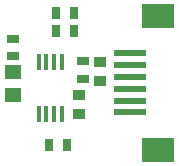
<source format=gbr>
G04*
G04 #@! TF.GenerationSoftware,Altium Limited,Altium Designer,23.10.1 (27)*
G04*
G04 Layer_Color=8421504*
%FSLAX44Y44*%
%MOMM*%
G71*
G04*
G04 #@! TF.SameCoordinates,C40AB362-5B66-420F-9F68-920D16D289EC*
G04*
G04*
G04 #@! TF.FilePolarity,Positive*
G04*
G01*
G75*
%ADD13R,1.0000X0.7500*%
%ADD14R,1.0000X0.9500*%
%ADD15R,1.4500X1.1500*%
%ADD16R,0.7500X1.0000*%
%ADD17R,0.4500X1.4500*%
%ADD18R,2.8000X2.1000*%
%ADD19R,2.7000X0.6000*%
D13*
X78740Y237370D02*
D03*
Y222370D02*
D03*
X138430Y218320D02*
D03*
Y203320D02*
D03*
D14*
X134620Y189610D02*
D03*
Y173610D02*
D03*
X152400Y217550D02*
D03*
Y201550D02*
D03*
D15*
X78740Y189390D02*
D03*
Y209390D02*
D03*
D16*
X130690Y259080D02*
D03*
X115690D02*
D03*
Y243840D02*
D03*
X130690D02*
D03*
X124340Y147320D02*
D03*
X109340D02*
D03*
D17*
X100740Y173580D02*
D03*
X107240D02*
D03*
X113740D02*
D03*
X120240D02*
D03*
X100740Y217580D02*
D03*
X107240D02*
D03*
X113740D02*
D03*
X120240D02*
D03*
D18*
X202000Y256500D02*
D03*
Y143500D02*
D03*
D19*
X178000Y215000D02*
D03*
Y225000D02*
D03*
Y205000D02*
D03*
Y195000D02*
D03*
Y185000D02*
D03*
Y175000D02*
D03*
M02*

</source>
